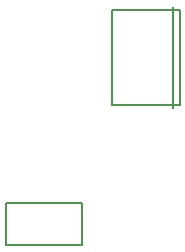
<source format=gbr>
%TF.GenerationSoftware,Altium Limited,Altium Designer,24.6.1 (21)*%
G04 Layer_Color=8388736*
%FSLAX45Y45*%
%MOMM*%
%TF.SameCoordinates,4B1D9C49-5ED8-45E5-B71D-261F0C762659*%
%TF.FilePolarity,Positive*%
%TF.FileFunction,Other,Top_3D_Body*%
%TF.Part,Single*%
G01*
G75*
%TA.AperFunction,NonConductor*%
%ADD49C,0.20000*%
D49*
X11046000Y7625500D02*
Y8434500D01*
X11619000D01*
Y7625500D02*
Y8434500D01*
X11046000Y7625500D02*
X11619000D01*
X11561000Y7600000D02*
Y8460000D01*
X10145750Y6795750D02*
X10796250D01*
X10145750Y6445250D02*
Y6795750D01*
Y6445250D02*
X10796250D01*
Y6795750D01*
%TF.MD5,6f56d13f29a6d4aae7735858d4de354f*%
M02*

</source>
